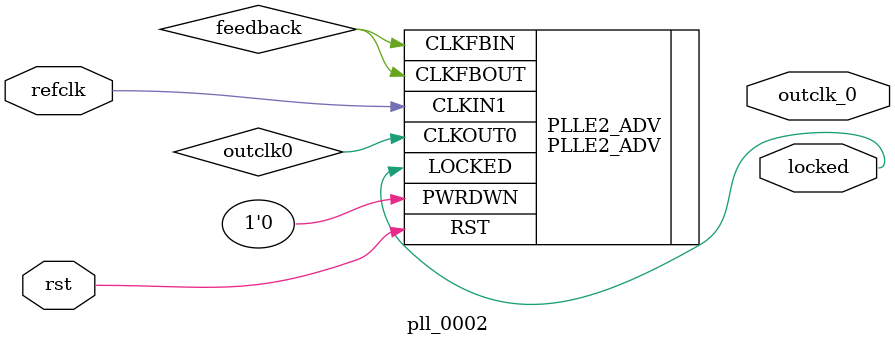
<source format=v>
`timescale 1ns/10ps
module  pll_0002(

	// interface 'refclk'
	input wire refclk,

	// interface 'reset'
	input wire rst,

	// interface 'outclk0'
	output wire outclk_0,

	// interface 'locked'
	output wire locked
);

	wire feedback;
	
	PLLE2_ADV #(
		.CLKFBOUT_MULT(6'd32),
		.CLKIN1_PERIOD(20.0),
		.CLKOUT0_DIVIDE(7'd80), // 20 MHz = 50 MHz * 32 / 80
		.CLKOUT0_PHASE(1'd0),
		.DIVCLK_DIVIDE(1'd1),
		.REF_JITTER1(0.01),
		.STARTUP_WAIT("FALSE")
	) PLLE2_ADV (
		.CLKFBIN(feedback),
		.CLKIN1(refclk),
		.PWRDWN(1'b0),
		.RST(rst),
		.CLKFBOUT(feedback),
		.CLKOUT0(outclk0),
		.LOCKED(locked)
);
	
endmodule


</source>
